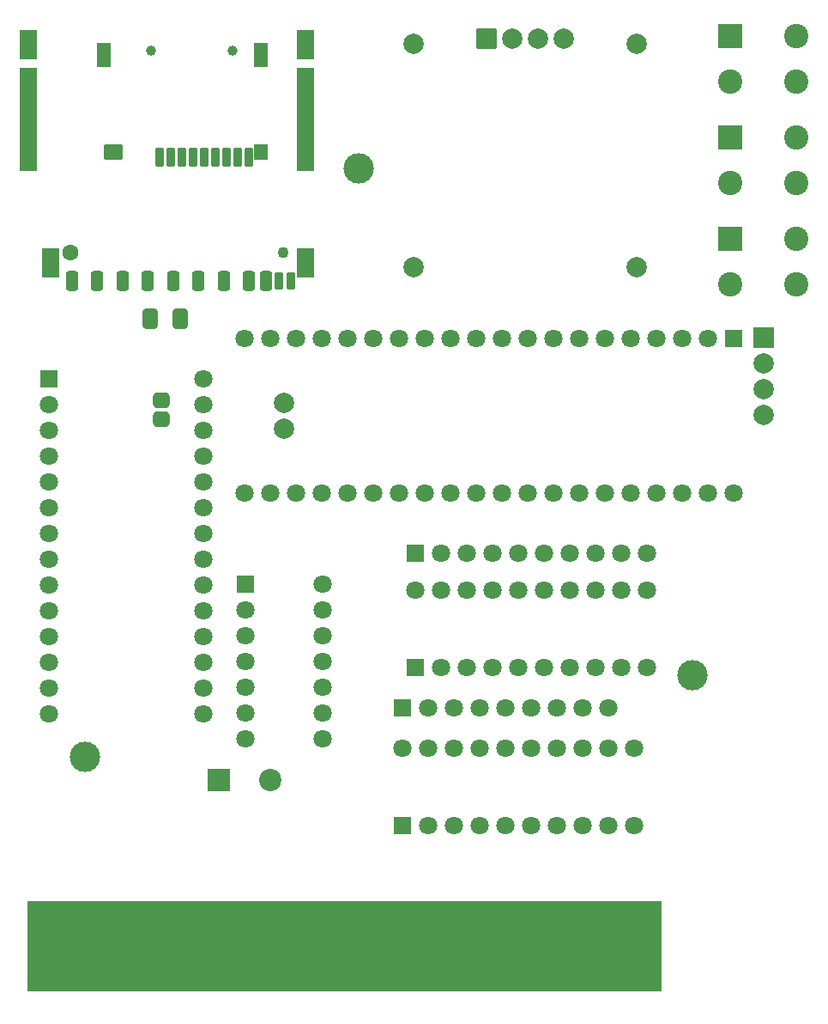
<source format=gts>
G04 DipTrace 4.2.0.1*
G04 KKV_TopMask.gbr*
%MOMM*%
G04 #@! TF.FileFunction,Soldermask,Top*
G04 #@! TF.Part,Single*
%AMOUTLINE7*
4,1,28,
-0.37638,1.01,
0.37638,1.01,
0.46844,0.99788,
0.56034,0.95981,
0.63926,0.89926,
0.69981,0.82034,
0.73788,0.72844,
0.75,0.63638,
0.75,-0.63638,
0.73788,-0.72844,
0.69981,-0.82034,
0.63926,-0.89926,
0.56034,-0.95981,
0.46844,-0.99788,
0.37638,-1.01,
-0.37638,-1.01,
-0.46844,-0.99788,
-0.56034,-0.95981,
-0.63926,-0.89926,
-0.69981,-0.82034,
-0.73788,-0.72844,
-0.75,-0.63638,
-0.75,0.63638,
-0.73788,0.72844,
-0.69981,0.82034,
-0.63926,0.89926,
-0.56034,0.95981,
-0.46844,0.99788,
-0.37638,1.01,
0*%
%AMOUTLINE10*
4,1,28,
0.37638,-1.01,
-0.37638,-1.01,
-0.46844,-0.99788,
-0.56034,-0.95981,
-0.63926,-0.89926,
-0.69981,-0.82034,
-0.73788,-0.72844,
-0.75,-0.63638,
-0.75,0.63638,
-0.73788,0.72844,
-0.69981,0.82034,
-0.63926,0.89926,
-0.56034,0.95981,
-0.46844,0.99788,
-0.37638,1.01,
0.37638,1.01,
0.46844,0.99788,
0.56034,0.95981,
0.63926,0.89926,
0.69981,0.82034,
0.73788,0.72844,
0.75,0.63638,
0.75,-0.63638,
0.73788,-0.72844,
0.69981,-0.82034,
0.63926,-0.89926,
0.56034,-0.95981,
0.46844,-0.99788,
0.37638,-1.01,
0*%
%AMOUTLINE25*
4,1,28,
-0.90655,4.1,
0.90655,4.1,
0.95199,4.09402,
1.00043,4.07395,
1.04203,4.04203,
1.07395,4.00043,
1.09402,3.95199,
1.1,3.90655,
1.1,-3.90655,
1.09402,-3.95199,
1.07395,-4.00043,
1.04203,-4.04203,
1.00043,-4.07395,
0.95199,-4.09402,
0.90655,-4.1,
-0.90655,-4.1,
-0.95199,-4.09402,
-1.00043,-4.07395,
-1.04203,-4.04203,
-1.07395,-4.00043,
-1.09402,-3.95199,
-1.1,-3.90655,
-1.1,3.90655,
-1.09402,3.95199,
-1.07395,4.00043,
-1.04203,4.04203,
-1.00043,4.07395,
-0.95199,4.09402,
-0.90655,4.1,
0*%
%AMOUTLINE28*
4,1,28,
-0.81,-0.34941,
-0.81,0.34941,
-0.79526,0.4614,
-0.7495,0.57186,
-0.67672,0.66672,
-0.58186,0.7395,
-0.4714,0.78526,
-0.35941,0.8,
0.35941,0.8,
0.4714,0.78526,
0.58186,0.7395,
0.67672,0.66672,
0.7495,0.57186,
0.79526,0.4614,
0.81,0.34941,
0.81,-0.34941,
0.79526,-0.4614,
0.7495,-0.57186,
0.67672,-0.66672,
0.58186,-0.7395,
0.4714,-0.78526,
0.35941,-0.8,
-0.35941,-0.8,
-0.4714,-0.78526,
-0.58186,-0.7395,
-0.67672,-0.66672,
-0.7495,-0.57186,
-0.79526,-0.4614,
-0.81,-0.34941,
0*%
%AMOUTLINE31*
4,1,28,
0.81,0.34941,
0.81,-0.34941,
0.79526,-0.4614,
0.7495,-0.57186,
0.67672,-0.66672,
0.58186,-0.7395,
0.4714,-0.78526,
0.35941,-0.8,
-0.35941,-0.8,
-0.4714,-0.78526,
-0.58186,-0.7395,
-0.67672,-0.66672,
-0.7495,-0.57186,
-0.79526,-0.4614,
-0.81,-0.34941,
-0.81,0.34941,
-0.79526,0.4614,
-0.7495,0.57186,
-0.67672,0.66672,
-0.58186,0.7395,
-0.4714,0.78526,
-0.35941,0.8,
0.35941,0.8,
0.4714,0.78526,
0.58186,0.7395,
0.67672,0.66672,
0.7495,0.57186,
0.79526,0.4614,
0.81,0.34941,
0*%
%AMOUTLINE40*
4,1,28,
-0.81655,1.0,
0.81655,1.0,
0.8594,0.99436,
0.90543,0.97529,
0.94496,0.94496,
0.97529,0.90543,
0.99436,0.8594,
1.0,0.81655,
1.0,-0.81655,
0.99436,-0.8594,
0.97529,-0.90543,
0.94496,-0.94496,
0.90543,-0.97529,
0.8594,-0.99436,
0.81655,-1.0,
-0.81655,-1.0,
-0.8594,-0.99436,
-0.90543,-0.97529,
-0.94496,-0.94496,
-0.97529,-0.90543,
-0.99436,-0.8594,
-1.0,-0.81655,
-1.0,0.81655,
-0.99436,0.8594,
-0.97529,0.90543,
-0.94496,0.94496,
-0.90543,0.97529,
-0.8594,0.99436,
-0.81655,1.0,
0*%
%AMOUTLINE43*
4,1,28,
-0.54655,1.2,
0.54655,1.2,
0.58163,1.19538,
0.62043,1.17931,
0.65375,1.15375,
0.67931,1.12043,
0.69538,1.08163,
0.7,1.04655,
0.7,-1.04655,
0.69538,-1.08163,
0.67931,-1.12043,
0.65375,-1.15375,
0.62043,-1.17931,
0.58163,-1.19538,
0.54655,-1.2,
-0.54655,-1.2,
-0.58163,-1.19538,
-0.62043,-1.17931,
-0.65375,-1.15375,
-0.67931,-1.12043,
-0.69538,-1.08163,
-0.7,-1.04655,
-0.7,1.04655,
-0.69538,1.08163,
-0.67931,1.12043,
-0.65375,1.15375,
-0.62043,1.17931,
-0.58163,1.19538,
-0.54655,1.2,
0*%
%AMOUTLINE46*
4,1,28,
-0.73655,0.8,
0.73655,0.8,
0.77422,0.79504,
0.81543,0.77797,
0.85082,0.75082,
0.87797,0.71543,
0.89504,0.67422,
0.9,0.63655,
0.9,-0.63655,
0.89504,-0.67422,
0.87797,-0.71543,
0.85082,-0.75082,
0.81543,-0.77797,
0.77422,-0.79504,
0.73655,-0.8,
-0.73655,-0.8,
-0.77422,-0.79504,
-0.81543,-0.77797,
-0.85082,-0.75082,
-0.87797,-0.71543,
-0.89504,-0.67422,
-0.9,-0.63655,
-0.9,0.63655,
-0.89504,0.67422,
-0.87797,0.71543,
-0.85082,0.75082,
-0.81543,0.77797,
-0.77422,0.79504,
-0.73655,0.8,
0*%
%AMOUTLINE49*
4,1,28,
-0.54655,0.8,
0.54655,0.8,
0.58163,0.79538,
0.62043,0.77931,
0.65375,0.75375,
0.67931,0.72043,
0.69538,0.68163,
0.7,0.64655,
0.7,-0.64655,
0.69538,-0.68163,
0.67931,-0.72043,
0.65375,-0.75375,
0.62043,-0.77931,
0.58163,-0.79538,
0.54655,-0.8,
-0.54655,-0.8,
-0.58163,-0.79538,
-0.62043,-0.77931,
-0.65375,-0.75375,
-0.67931,-0.72043,
-0.69538,-0.68163,
-0.7,-0.64655,
-0.7,0.64655,
-0.69538,0.68163,
-0.67931,0.72043,
-0.65375,0.75375,
-0.62043,0.77931,
-0.58163,0.79538,
-0.54655,0.8,
0*%
%AMOUTLINE52*
4,1,28,
-0.32155,0.9,
0.32155,0.9,
0.35016,0.89623,
0.38293,0.88266,
0.41107,0.86107,
0.43266,0.83293,
0.44623,0.80016,
0.45,0.77155,
0.45,-0.77155,
0.44623,-0.80016,
0.43266,-0.83293,
0.41107,-0.86107,
0.38293,-0.88266,
0.35016,-0.89623,
0.32155,-0.9,
-0.32155,-0.9,
-0.35016,-0.89623,
-0.38293,-0.88266,
-0.41107,-0.86107,
-0.43266,-0.83293,
-0.44623,-0.80016,
-0.45,-0.77155,
-0.45,0.77155,
-0.44623,0.80016,
-0.43266,0.83293,
-0.41107,0.86107,
-0.38293,0.88266,
-0.35016,0.89623,
-0.32155,0.9,
0*%
%AMOUTLINE55*
4,1,28,
-0.68155,5.1,
0.68155,5.1,
0.72052,5.09487,
0.76293,5.0773,
0.79935,5.04935,
0.8273,5.01293,
0.84487,4.97052,
0.85,4.93155,
0.85,-4.93155,
0.84487,-4.97052,
0.8273,-5.01293,
0.79935,-5.04935,
0.76293,-5.0773,
0.72052,-5.09487,
0.68155,-5.1,
-0.68155,-5.1,
-0.72052,-5.09487,
-0.76293,-5.0773,
-0.79935,-5.04935,
-0.8273,-5.01293,
-0.84487,-4.97052,
-0.85,-4.93155,
-0.85,4.93155,
-0.84487,4.97052,
-0.8273,5.01293,
-0.79935,5.04935,
-0.76293,5.0773,
-0.72052,5.09487,
-0.68155,5.1,
0*%
%AMOUTLINE58*
4,1,28,
0.18155,-0.85,
-0.18155,-0.85,
-0.2464,-0.84146,
-0.31293,-0.8139,
-0.37006,-0.77006,
-0.4139,-0.71293,
-0.44146,-0.6464,
-0.45,-0.58155,
-0.45,0.58155,
-0.44146,0.6464,
-0.4139,0.71293,
-0.37006,0.77006,
-0.31293,0.8139,
-0.2464,0.84146,
-0.18155,0.85,
0.18155,0.85,
0.2464,0.84146,
0.31293,0.8139,
0.37006,0.77006,
0.4139,0.71293,
0.44146,0.6464,
0.45,0.58155,
0.45,-0.58155,
0.44146,-0.6464,
0.4139,-0.71293,
0.37006,-0.77006,
0.31293,-0.8139,
0.2464,-0.84146,
0.18155,-0.85,
0*%
%AMOUTLINE61*
4,1,28,
0.25655,-1.0,
-0.25655,-1.0,
-0.34081,-0.98891,
-0.42543,-0.95386,
-0.4981,-0.8981,
-0.55386,-0.82543,
-0.58891,-0.74081,
-0.6,-0.65655,
-0.6,0.65655,
-0.58891,0.74081,
-0.55386,0.82543,
-0.4981,0.8981,
-0.42543,0.95386,
-0.34081,0.98891,
-0.25655,1.0,
0.25655,1.0,
0.34081,0.98891,
0.42543,0.95386,
0.4981,0.8981,
0.55386,0.82543,
0.58891,0.74081,
0.6,0.65655,
0.6,-0.65655,
0.58891,-0.74081,
0.55386,-0.82543,
0.4981,-0.8981,
0.42543,-0.95386,
0.34081,-0.98891,
0.25655,-1.0,
0*%
%ADD20C,1.0*%
%ADD25C,2.0*%
%ADD26R,2.0X2.0*%
%ADD28R,1.8X1.8*%
%ADD29C,1.8*%
%ADD32R,2.2X2.2*%
%ADD36C,3.0*%
%ADD37C,1.1*%
%ADD38C,1.6*%
%ADD41R,1.7X3.0*%
%ADD43R,1.7X1.7*%
%ADD45C,2.4*%
%ADD46C,2.0*%
%ADD47R,2.4X2.4*%
%ADD50C,2.2*%
%ADD62OUTLINE7*%
%ADD65OUTLINE10*%
%ADD80OUTLINE25*%
%ADD83OUTLINE28*%
%ADD86OUTLINE31*%
%ADD95OUTLINE40*%
%ADD98OUTLINE43*%
%ADD101OUTLINE46*%
%ADD104OUTLINE49*%
%ADD107OUTLINE52*%
%ADD110OUTLINE55*%
%ADD113OUTLINE58*%
%ADD116OUTLINE61*%
%FSLAX35Y35*%
G04*
G71*
G90*
G75*
G01*
G04 TopMask*
%LPD*%
D62*
X-6655700Y-2982400D3*
D65*
X-6360700D3*
D50*
X-5467203Y-7529443D3*
D32*
X-5975203D3*
D36*
X-4600000Y-1500000D3*
X-1300000Y-6500000D3*
X-7300000Y-7300000D3*
D26*
X-603550Y-3168700D3*
D46*
Y-3422700D3*
Y-3676700D3*
Y-3930700D3*
X-5334770Y-3809300D3*
Y-4063300D3*
D80*
X-7614003Y-9206893D3*
X-7364003D3*
X-7114003D3*
X-6864003D3*
X-6614003D3*
X-6364003D3*
X-6114003D3*
X-5864003D3*
X-5614003D3*
X-5364003D3*
X-5114003D3*
X-4864003D3*
X-4614003D3*
X-4364003D3*
X-4114003D3*
X-3864003D3*
X-3614003D3*
X-3364003D3*
X-3114003D3*
X-2864003D3*
X-2614003D3*
X-2364003D3*
X-2114003D3*
X-1864003D3*
D83*
X-6540500Y-3969750D3*
D86*
Y-3790750D3*
D28*
X-4039723Y-5292210D3*
D29*
X-3785723D3*
X-3531723D3*
X-3277723D3*
X-3023723D3*
X-2769723D3*
X-2515723D3*
X-2261723D3*
X-2007723D3*
X-1753723D3*
D28*
X-4166850Y-6819367D3*
D29*
X-3912850D3*
X-3658850D3*
X-3404850D3*
X-3150850D3*
X-2896850D3*
X-2642850D3*
X-2388850D3*
X-2134850D3*
D47*
X-928500Y-197733D3*
D45*
X-928513Y-647733D3*
X-278487D3*
X-278500Y-197733D3*
D47*
X-928500Y-1197733D3*
D45*
X-928513Y-1647733D3*
X-278487D3*
X-278500Y-1197733D3*
D47*
X-928500Y-2197733D3*
D45*
X-928513Y-2647733D3*
X-278487D3*
X-278500Y-2197733D3*
D43*
X-893533Y-3174050D3*
D29*
X-1147533D3*
X-1401533D3*
X-1655533D3*
X-1909533D3*
X-2163533D3*
X-2417533D3*
X-2671533D3*
X-2925533D3*
X-3179533D3*
X-3433533D3*
X-3687533D3*
X-3941533D3*
X-4195533D3*
X-4449533D3*
X-4703533D3*
X-4957533D3*
X-5211533D3*
X-5465533D3*
X-5719533D3*
Y-4698050D3*
X-5465533D3*
X-5211533D3*
X-4957533D3*
X-4703533D3*
X-4449533D3*
X-4195533D3*
X-3941533D3*
X-3687533D3*
X-3433533D3*
X-3179533D3*
X-2925533D3*
X-2671533D3*
X-2417533D3*
X-2163533D3*
X-1909533D3*
X-1655533D3*
X-1401533D3*
X-1147533D3*
X-893533D3*
D43*
X-7653413Y-3574990D3*
D29*
Y-3828990D3*
Y-4082990D3*
Y-4336990D3*
Y-4590990D3*
Y-4844990D3*
Y-5098990D3*
Y-5352990D3*
Y-5606990D3*
Y-5860990D3*
Y-6114990D3*
Y-6368990D3*
Y-6622990D3*
Y-6876990D3*
X-6133413D3*
Y-6622990D3*
Y-6368990D3*
Y-6114990D3*
Y-5860990D3*
Y-5606990D3*
Y-5352990D3*
Y-5098990D3*
Y-4844990D3*
Y-4590990D3*
Y-4336990D3*
Y-4082990D3*
Y-3828990D3*
Y-3574990D3*
D43*
X-5715643Y-5597223D3*
D29*
Y-5851223D3*
Y-6105223D3*
Y-6359223D3*
Y-6613223D3*
Y-6867223D3*
Y-7121223D3*
X-4953643D3*
Y-6867223D3*
Y-6613223D3*
Y-6359223D3*
Y-6105223D3*
Y-5851223D3*
Y-5597223D3*
D43*
X-4039670Y-6423200D3*
D29*
X-3785670D3*
X-3531670D3*
X-3277670D3*
X-3023667D3*
X-2769667D3*
X-2515670D3*
X-2261667D3*
X-2007667D3*
X-1753670D3*
X-4039667Y-5661200D3*
X-3785667D3*
X-3531667D3*
X-3277670D3*
X-3023667D3*
X-2769667D3*
X-2515670D3*
X-2261667D3*
X-2007667D3*
X-1753670D3*
D43*
X-4165480Y-7975227D3*
D29*
X-3911480D3*
X-3657480D3*
X-3403480D3*
X-3149477D3*
X-2895477D3*
X-2641480D3*
X-2387477D3*
X-2133477D3*
X-1879480D3*
X-4165477Y-7213227D3*
X-3911477D3*
X-3657477D3*
X-3403480D3*
X-3149477D3*
X-2895477D3*
X-2641480D3*
X-2387477D3*
X-2133477D3*
X-1879480D3*
D46*
X-2828250Y-224733D3*
X-2574250D3*
X-3082250D3*
D95*
X-3336250D3*
D25*
X-4055250Y-2474733D3*
X-1855250Y-274733D3*
X-4055250D3*
X-1855250Y-2474733D3*
D98*
X-7112000Y-381000D3*
X-5562000D3*
D101*
X-7022000Y-1341000D3*
D104*
X-5562000D3*
D107*
X-6562000Y-1391000D3*
X-6452000D3*
X-6342000D3*
X-6232000D3*
X-6122000D3*
X-6012000D3*
X-5902000D3*
X-5792000D3*
X-5682000D3*
D20*
X-5844000Y-341000D3*
X-6642000D3*
D110*
X-7855100Y-1022733D3*
X-5125100D3*
D113*
X-5264543Y-2612450D3*
X-5384543D3*
D116*
X-5514547Y-2612417D3*
X-5684550D3*
X-5927547D3*
X-6177543Y-2612350D3*
X-6427547Y-2612417D3*
X-6677543Y-2612450D3*
X-6927543D3*
X-7177547Y-2612417D3*
X-7427543Y-2612450D3*
D41*
X-5125113Y-2432447D3*
X-7635113Y-2432450D3*
X-5125113Y-282450D3*
X-7855113D3*
D37*
X-5340113Y-2332450D3*
D38*
X-7440113D3*
G36*
X-7861300Y-8725753D2*
X-1611703D1*
Y-9613867D1*
X-7861300D1*
Y-8725753D1*
G37*
M02*

</source>
